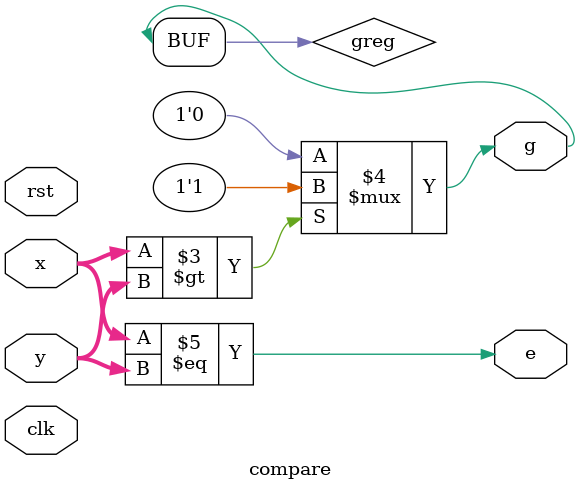
<source format=v>
`timescale 1ns / 1ps

module compare
#(
	parameter N=16384,
	parameter CC=1
)
(
	clk,
	rst,
	x,
	y,
	g,
	e
);
	parameter M = N/CC; 

	input clk;
	input rst;
	input[M-1:0] x;
	input[M-1:0] y;
	output g;
	output e;


	reg greg;
	reg ebreg;


	assign g= greg;
	assign e= ~ebreg;

	generate
	if(CC>1)
		always@(posedge clk or posedge rst)
		begin
			if(rst)
			begin
				greg <= 0;
				ebreg <= 0;
			end
			else
			begin
				if(!ebreg && x!=y)
				begin
					ebreg <= 1;
					greg <= (x>y)?1'b1:1'b0;
				end
			end
		end
	else
		always@(*)
		begin
			greg  <= (x>y) ?1'b1:1'b0;
			ebreg <= (x==y)?1'b0:1'b1;
		end
	endgenerate

endmodule

</source>
